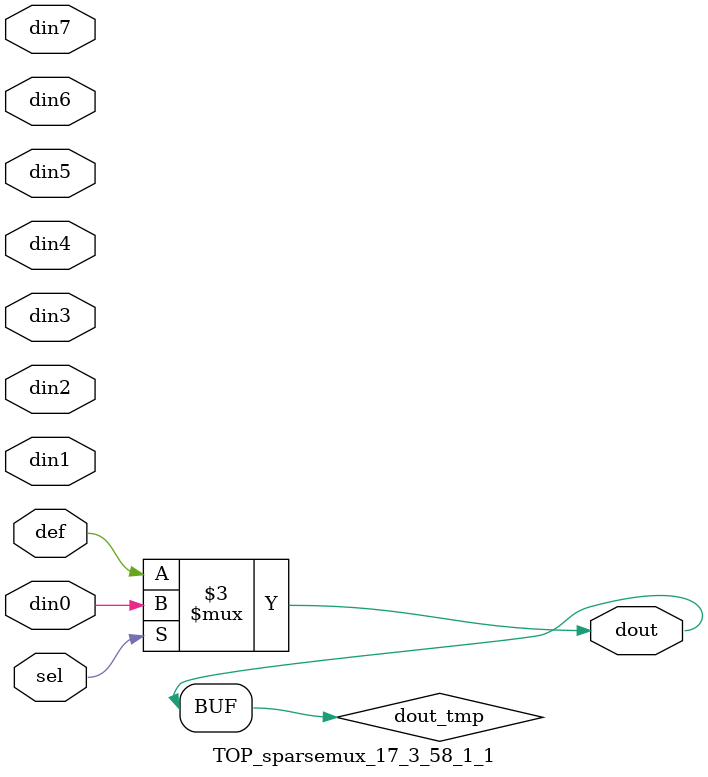
<source format=v>
`timescale 1ns / 1ps

module TOP_sparsemux_17_3_58_1_1 (din0,din1,din2,din3,din4,din5,din6,din7,def,sel,dout);

parameter din0_WIDTH = 1;

parameter din1_WIDTH = 1;

parameter din2_WIDTH = 1;

parameter din3_WIDTH = 1;

parameter din4_WIDTH = 1;

parameter din5_WIDTH = 1;

parameter din6_WIDTH = 1;

parameter din7_WIDTH = 1;

parameter def_WIDTH = 1;
parameter sel_WIDTH = 1;
parameter dout_WIDTH = 1;

parameter [sel_WIDTH-1:0] CASE0 = 1;

parameter [sel_WIDTH-1:0] CASE1 = 1;

parameter [sel_WIDTH-1:0] CASE2 = 1;

parameter [sel_WIDTH-1:0] CASE3 = 1;

parameter [sel_WIDTH-1:0] CASE4 = 1;

parameter [sel_WIDTH-1:0] CASE5 = 1;

parameter [sel_WIDTH-1:0] CASE6 = 1;

parameter [sel_WIDTH-1:0] CASE7 = 1;

parameter ID = 1;
parameter NUM_STAGE = 1;



input [din0_WIDTH-1:0] din0;

input [din1_WIDTH-1:0] din1;

input [din2_WIDTH-1:0] din2;

input [din3_WIDTH-1:0] din3;

input [din4_WIDTH-1:0] din4;

input [din5_WIDTH-1:0] din5;

input [din6_WIDTH-1:0] din6;

input [din7_WIDTH-1:0] din7;

input [def_WIDTH-1:0] def;
input [sel_WIDTH-1:0] sel;

output [dout_WIDTH-1:0] dout;



reg [dout_WIDTH-1:0] dout_tmp;

always @ (*) begin
case (sel)
    
    CASE0 : dout_tmp = din0;
    
    CASE1 : dout_tmp = din1;
    
    CASE2 : dout_tmp = din2;
    
    CASE3 : dout_tmp = din3;
    
    CASE4 : dout_tmp = din4;
    
    CASE5 : dout_tmp = din5;
    
    CASE6 : dout_tmp = din6;
    
    CASE7 : dout_tmp = din7;
    
    default : dout_tmp = def;
endcase
end


assign dout = dout_tmp;



endmodule

</source>
